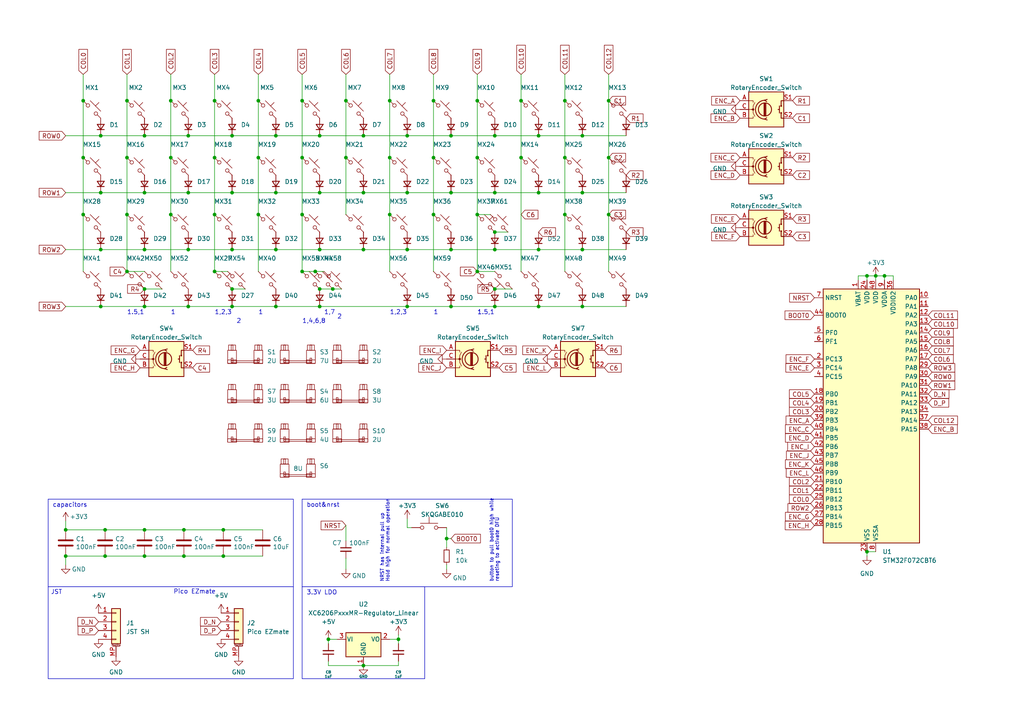
<source format=kicad_sch>
(kicad_sch (version 20230121) (generator eeschema)
  (paper "A4")
  (junction (at 54.61 55.88))
  (junction (at 105.41 39.37))
  (junction (at 130.81 72.39))
  (junction (at 24.13 29.21))
  (junction (at 74.93 29.21))
  (junction (at 100.33 45.72))
  (junction (at 67.31 83.82))
  (junction (at 176.53 62.23))
  (junction (at 36.83 62.23))
  (junction (at 41.91 161.29))
  (junction (at 67.31 88.9))
  (junction (at 91.44 78.74))
  (junction (at 105.41 55.88))
  (junction (at 80.01 55.88))
  (junction (at 143.51 83.82))
  (junction (at 143.51 88.9))
  (junction (at 113.03 62.23))
  (junction (at 143.51 55.88))
  (junction (at 36.83 45.72))
  (junction (at 62.23 62.23))
  (junction (at 143.51 72.39))
  (junction (at 151.13 45.72))
  (junction (at 138.43 45.72))
  (junction (at 41.91 72.39))
  (junction (at 138.43 29.21))
  (junction (at 54.61 72.39))
  (junction (at 80.01 88.9))
  (junction (at 151.13 29.21))
  (junction (at 118.11 72.39))
  (junction (at 256.54 80.01))
  (junction (at 118.11 39.37))
  (junction (at 30.48 161.29))
  (junction (at 92.71 55.88))
  (junction (at 251.46 160.02))
  (junction (at 105.41 72.39))
  (junction (at 67.31 39.37))
  (junction (at 129.54 156.21))
  (junction (at 143.51 39.37))
  (junction (at 156.21 88.9))
  (junction (at 176.53 45.72))
  (junction (at 41.91 83.82))
  (junction (at 138.43 78.74))
  (junction (at 156.21 39.37))
  (junction (at 251.46 80.01))
  (junction (at 163.83 62.23))
  (junction (at 62.23 29.21))
  (junction (at 118.11 88.9))
  (junction (at 54.61 88.9))
  (junction (at 156.21 55.88))
  (junction (at 105.41 193.04) (diameter 0.9144))
  (junction (at 125.73 45.72))
  (junction (at 254 80.01))
  (junction (at 29.21 72.39))
  (junction (at 36.83 78.74))
  (junction (at 41.91 153.67))
  (junction (at 92.71 88.9))
  (junction (at 113.03 45.72))
  (junction (at 53.34 153.67))
  (junction (at 41.91 55.88))
  (junction (at 92.71 72.39))
  (junction (at 67.31 55.88))
  (junction (at 168.91 39.37))
  (junction (at 92.71 83.82))
  (junction (at 64.77 153.67))
  (junction (at 87.63 78.74))
  (junction (at 41.91 39.37))
  (junction (at 80.01 72.39))
  (junction (at 49.53 29.21))
  (junction (at 87.63 45.72))
  (junction (at 74.93 62.23))
  (junction (at 168.91 55.88))
  (junction (at 62.23 78.74))
  (junction (at 115.57 185.42))
  (junction (at 87.63 29.21))
  (junction (at 49.53 62.23))
  (junction (at 156.21 72.39))
  (junction (at 62.23 45.72))
  (junction (at 24.13 45.72))
  (junction (at 168.91 72.39))
  (junction (at 54.61 39.37))
  (junction (at 95.25 185.42))
  (junction (at 168.91 88.9))
  (junction (at 24.13 62.23))
  (junction (at 19.05 161.29))
  (junction (at 19.05 153.67))
  (junction (at 113.03 29.21))
  (junction (at 100.33 29.21))
  (junction (at 118.11 55.88))
  (junction (at 96.52 83.82))
  (junction (at 130.81 55.88))
  (junction (at 125.73 29.21))
  (junction (at 138.43 62.23))
  (junction (at 87.63 62.23))
  (junction (at 29.21 88.9))
  (junction (at 163.83 29.21))
  (junction (at 176.53 29.21))
  (junction (at 29.21 55.88))
  (junction (at 74.93 45.72))
  (junction (at 163.83 45.72))
  (junction (at 30.48 153.67))
  (junction (at 64.77 161.29))
  (junction (at 130.81 88.9))
  (junction (at 130.81 39.37))
  (junction (at 80.01 39.37))
  (junction (at 49.53 45.72))
  (junction (at 67.31 72.39))
  (junction (at 92.71 39.37))
  (junction (at 125.73 62.23))
  (junction (at 53.34 161.29))
  (junction (at 143.51 67.31))
  (junction (at 41.91 88.9))
  (junction (at 36.83 29.21))
  (junction (at 29.21 39.37))
  (wire (pts (xy 41.91 72.39) (xy 54.61 72.39)))
  (wire (pts (xy 248.92 80.01) (xy 251.46 80.01)))
  (wire (pts (xy 251.46 161.29) (xy 251.46 160.02)))
  (wire (pts (xy 256.54 80.01) (xy 256.54 81.28)))
  (wire (pts (xy 74.93 62.23) (xy 74.93 78.74)))
  (wire (pts (xy 92.71 39.37) (xy 105.41 39.37)))
  (wire (pts (xy 92.71 55.88) (xy 105.41 55.88)))
  (wire (pts (xy 36.83 45.72) (xy 36.83 62.23)))
  (wire (pts (xy 143.51 39.37) (xy 156.21 39.37)))
  (wire (pts (xy 259.08 80.01) (xy 259.08 81.28)))
  (wire (pts (xy 118.11 153.035) (xy 118.11 150.495)))
  (wire (pts (xy 143.51 55.88) (xy 156.21 55.88)))
  (wire (pts (xy 143.51 83.82) (xy 148.59 83.82)))
  (wire (pts (xy 251.46 80.01) (xy 251.46 81.28)))
  (wire (pts (xy 96.52 83.82) (xy 99.06 83.82)))
  (wire (pts (xy 19.05 88.9) (xy 29.21 88.9)))
  (wire (pts (xy 105.41 193.04) (xy 115.57 193.04)))
  (wire (pts (xy 29.21 72.39) (xy 41.91 72.39)))
  (wire (pts (xy 24.13 62.23) (xy 24.13 78.74)))
  (wire (pts (xy 105.41 72.39) (xy 118.11 72.39)))
  (wire (pts (xy 67.31 72.39) (xy 80.01 72.39)))
  (wire (pts (xy 256.54 80.01) (xy 254 80.01)))
  (wire (pts (xy 168.91 88.9) (xy 181.61 88.9)))
  (wire (pts (xy 105.41 39.37) (xy 118.11 39.37)))
  (wire (pts (xy 87.63 45.72) (xy 87.63 62.23)))
  (wire (pts (xy 53.34 153.67) (xy 64.77 153.67)))
  (wire (pts (xy 87.63 78.74) (xy 91.44 78.74)))
  (wire (pts (xy 129.54 156.21) (xy 130.81 156.21)))
  (wire (pts (xy 67.31 88.9) (xy 80.01 88.9)))
  (wire (pts (xy 125.73 45.72) (xy 125.73 62.23)))
  (wire (pts (xy 113.03 185.42) (xy 115.57 185.42)))
  (wire (pts (xy 100.33 21.59) (xy 100.33 29.21)))
  (wire (pts (xy 251.46 160.02) (xy 254 160.02)))
  (wire (pts (xy 67.31 39.37) (xy 80.01 39.37)))
  (wire (pts (xy 49.53 62.23) (xy 49.53 78.74)))
  (wire (pts (xy 49.53 45.72) (xy 49.53 62.23)))
  (wire (pts (xy 138.43 21.59) (xy 138.43 29.21)))
  (wire (pts (xy 54.61 55.88) (xy 67.31 55.88)))
  (wire (pts (xy 100.33 45.72) (xy 100.33 62.23)))
  (wire (pts (xy 41.91 39.37) (xy 54.61 39.37)))
  (wire (pts (xy 168.91 55.88) (xy 181.61 55.88)))
  (wire (pts (xy 125.73 21.59) (xy 125.73 29.21)))
  (wire (pts (xy 176.53 62.23) (xy 176.53 78.74)))
  (wire (pts (xy 248.92 80.01) (xy 248.92 81.28)))
  (wire (pts (xy 168.91 72.39) (xy 181.61 72.39)))
  (wire (pts (xy 129.54 153.035) (xy 129.54 156.21)))
  (wire (pts (xy 24.13 29.21) (xy 24.13 45.72)))
  (wire (pts (xy 163.83 29.21) (xy 163.83 45.72)))
  (wire (pts (xy 29.21 88.9) (xy 41.91 88.9)))
  (wire (pts (xy 80.01 39.37) (xy 92.71 39.37)))
  (wire (pts (xy 87.63 29.21) (xy 87.63 45.72)))
  (wire (pts (xy 19.05 39.37) (xy 29.21 39.37)))
  (wire (pts (xy 19.05 72.39) (xy 29.21 72.39)))
  (wire (pts (xy 53.34 161.29) (xy 64.77 161.29)))
  (wire (pts (xy 100.33 165.1) (xy 100.33 161.925)))
  (wire (pts (xy 62.23 21.59) (xy 62.23 29.21)))
  (wire (pts (xy 41.91 88.9) (xy 54.61 88.9)))
  (wire (pts (xy 151.13 21.59) (xy 151.13 29.21)))
  (wire (pts (xy 95.25 185.42) (xy 97.79 185.42)))
  (wire (pts (xy 156.21 72.39) (xy 168.91 72.39)))
  (wire (pts (xy 80.01 55.88) (xy 92.71 55.88)))
  (wire (pts (xy 87.63 21.59) (xy 87.63 29.21)))
  (wire (pts (xy 119.38 153.035) (xy 118.11 153.035)))
  (wire (pts (xy 24.13 21.59) (xy 24.13 29.21)))
  (wire (pts (xy 130.81 72.39) (xy 143.51 72.39)))
  (wire (pts (xy 19.05 151.13) (xy 19.05 153.67)))
  (wire (pts (xy 41.91 161.29) (xy 53.34 161.29)))
  (wire (pts (xy 138.43 62.23) (xy 142.24 62.23)))
  (wire (pts (xy 92.71 88.9) (xy 118.11 88.9)))
  (wire (pts (xy 62.23 45.72) (xy 62.23 62.23)))
  (wire (pts (xy 254 80.01) (xy 254 81.28)))
  (wire (pts (xy 130.81 39.37) (xy 143.51 39.37)))
  (wire (pts (xy 129.54 156.21) (xy 129.54 158.75)))
  (wire (pts (xy 105.41 55.88) (xy 118.11 55.88)))
  (wire (pts (xy 168.91 39.37) (xy 181.61 39.37)))
  (wire (pts (xy 129.54 163.83) (xy 129.54 165.1)))
  (wire (pts (xy 54.61 88.9) (xy 67.31 88.9)))
  (wire (pts (xy 54.61 72.39) (xy 67.31 72.39)))
  (wire (pts (xy 256.54 80.01) (xy 259.08 80.01)))
  (wire (pts (xy 62.23 29.21) (xy 62.23 45.72)))
  (wire (pts (xy 92.71 83.82) (xy 96.52 83.82)))
  (wire (pts (xy 95.25 191.77) (xy 95.25 193.04)))
  (wire (pts (xy 125.73 62.23) (xy 125.73 78.74)))
  (wire (pts (xy 138.43 45.72) (xy 138.43 62.23)))
  (wire (pts (xy 176.53 45.72) (xy 176.53 62.23)))
  (wire (pts (xy 19.05 163.83) (xy 19.05 161.29)))
  (wire (pts (xy 143.51 72.39) (xy 156.21 72.39)))
  (wire (pts (xy 87.63 62.23) (xy 87.63 78.74)))
  (wire (pts (xy 41.91 83.82) (xy 46.99 83.82)))
  (wire (pts (xy 100.33 152.4) (xy 100.33 156.845)))
  (wire (pts (xy 36.83 78.74) (xy 41.91 78.74)))
  (wire (pts (xy 80.01 72.39) (xy 92.71 72.39)))
  (wire (pts (xy 118.11 39.37) (xy 130.81 39.37)))
  (wire (pts (xy 138.43 29.21) (xy 138.43 45.72)))
  (wire (pts (xy 163.83 45.72) (xy 163.83 62.23)))
  (wire (pts (xy 49.53 21.59) (xy 49.53 29.21)))
  (wire (pts (xy 113.03 21.59) (xy 113.03 29.21)))
  (wire (pts (xy 54.61 39.37) (xy 67.31 39.37)))
  (wire (pts (xy 80.01 88.9) (xy 92.71 88.9)))
  (wire (pts (xy 125.73 29.21) (xy 125.73 45.72)))
  (wire (pts (xy 176.53 21.59) (xy 176.53 29.21)))
  (wire (pts (xy 143.51 67.31) (xy 147.32 67.31)))
  (wire (pts (xy 36.83 21.59) (xy 36.83 29.21)))
  (wire (pts (xy 36.83 29.21) (xy 36.83 45.72)))
  (wire (pts (xy 64.77 161.29) (xy 76.2 161.29)))
  (wire (pts (xy 30.48 161.29) (xy 41.91 161.29)))
  (wire (pts (xy 138.43 62.23) (xy 138.43 78.74)))
  (wire (pts (xy 30.48 153.67) (xy 41.91 153.67)))
  (wire (pts (xy 100.33 29.21) (xy 100.33 45.72)))
  (wire (pts (xy 143.51 88.9) (xy 156.21 88.9)))
  (wire (pts (xy 251.46 80.01) (xy 254 80.01)))
  (wire (pts (xy 95.25 185.42) (xy 95.25 186.69)))
  (wire (pts (xy 151.13 45.72) (xy 151.13 78.74)))
  (wire (pts (xy 118.11 72.39) (xy 130.81 72.39)))
  (wire (pts (xy 19.05 55.88) (xy 29.21 55.88)))
  (wire (pts (xy 29.21 39.37) (xy 41.91 39.37)))
  (wire (pts (xy 30.48 161.29) (xy 19.05 161.29)))
  (wire (pts (xy 138.43 78.74) (xy 143.51 78.74)))
  (wire (pts (xy 92.71 72.39) (xy 105.41 72.39)))
  (wire (pts (xy 36.83 62.23) (xy 36.83 78.74)))
  (wire (pts (xy 74.93 45.72) (xy 74.93 62.23)))
  (wire (pts (xy 62.23 78.74) (xy 66.04 78.74)))
  (wire (pts (xy 91.44 78.74) (xy 93.98 78.74)))
  (wire (pts (xy 113.03 62.23) (xy 113.03 78.74)))
  (wire (pts (xy 163.83 62.23) (xy 163.83 78.74)))
  (wire (pts (xy 105.41 193.04) (xy 95.25 193.04)))
  (wire (pts (xy 113.03 45.72) (xy 113.03 62.23)))
  (wire (pts (xy 64.77 153.67) (xy 76.2 153.67)))
  (wire (pts (xy 30.48 153.67) (xy 19.05 153.67)))
  (wire (pts (xy 176.53 29.21) (xy 176.53 45.72)))
  (wire (pts (xy 118.11 55.88) (xy 130.81 55.88)))
  (wire (pts (xy 74.93 21.59) (xy 74.93 29.21)))
  (wire (pts (xy 156.21 55.88) (xy 168.91 55.88)))
  (wire (pts (xy 151.13 29.21) (xy 151.13 45.72)))
  (wire (pts (xy 115.57 184.15) (xy 115.57 185.42)))
  (wire (pts (xy 24.13 45.72) (xy 24.13 62.23)))
  (wire (pts (xy 74.93 29.21) (xy 74.93 45.72)))
  (wire (pts (xy 115.57 185.42) (xy 115.57 186.69)))
  (wire (pts (xy 49.53 29.21) (xy 49.53 45.72)))
  (wire (pts (xy 29.21 55.88) (xy 41.91 55.88)))
  (wire (pts (xy 130.81 55.88) (xy 143.51 55.88)))
  (wire (pts (xy 113.03 29.21) (xy 113.03 45.72)))
  (wire (pts (xy 130.81 88.9) (xy 143.51 88.9)))
  (wire (pts (xy 41.91 55.88) (xy 54.61 55.88)))
  (wire (pts (xy 67.31 83.82) (xy 71.12 83.82)))
  (wire (pts (xy 62.23 62.23) (xy 62.23 78.74)))
  (wire (pts (xy 67.31 55.88) (xy 80.01 55.88)))
  (wire (pts (xy 41.91 153.67) (xy 53.34 153.67)))
  (wire (pts (xy 163.83 21.59) (xy 163.83 29.21)))
  (wire (pts (xy 156.21 39.37) (xy 168.91 39.37)))
  (wire (pts (xy 156.21 88.9) (xy 168.91 88.9)))
  (wire (pts (xy 118.11 88.9) (xy 130.81 88.9)))
  (wire (pts (xy 115.57 191.77) (xy 115.57 193.04)))
  (rectangle (start 87.63 144.78) (end 148.59 170.18))
  (rectangle (start 13.97 144.78) (end 85.09 170.18))
  (rectangle (start 87.63 170.18) (end 123.19 196.85))
  (rectangle (start 13.97 170.18) (end 85.09 196.85))
  (text "JST" (at 14.732 172.593 0) (effects (font (size 1.27 1.27)) (justify left bottom)))
  (text "2" (at 97.79 92.71 0) (effects (font (size 1.27 1.27)) (justify left bottom)))
  (text "Pico EZmate" (at 50.292 172.466 0) (effects (font (size 1.27 1.27)) (justify left bottom)))
  (text "1.5,1" (at 138.43 91.44 0) (effects (font (size 1.27 1.27)) (justify left bottom)))
  (text "NRST has internal pull up\nHold high for normal operation" (at 113.03 168.91 90) (effects (font (size 1 1)) (justify left bottom)))
  (text "1,2,3" (at 62.23 91.44 0) (effects (font (size 1.27 1.27)) (justify left bottom)))
  (text "1" (at 49.53 91.44 0) (effects (font (size 1.27 1.27)) (justify left bottom)))
  (text "1" (at 74.93 91.44 0) (effects (font (size 1.27 1.27)) (justify left bottom)))
  (text "1.5,1" (at 36.83 91.44 0) (effects (font (size 1.27 1.27)) (justify left bottom)))
  (text "2" (at 68.58 93.98 0) (effects (font (size 1.27 1.27)) (justify left bottom)))
  (text "3.3V LDO" (at 88.9 172.72 0) (effects (font (size 1.27 1.27)) (justify left bottom)))
  (text "1" (at 125.73 91.44 0) (effects (font (size 1.27 1.27)) (justify left bottom)))
  (text "capacitors" (at 15.24 147.32 0) (effects (font (size 1.27 1.27)) (justify left bottom)))
  (text "1,7" (at 93.98 91.44 0) (effects (font (size 1.27 1.27)) (justify left bottom)))
  (text "1,4,6,8" (at 87.63 93.98 0) (effects (font (size 1.27 1.27)) (justify left bottom)))
  (text "1" (at 138.43 91.44 0) (effects (font (size 1.27 1.27)) (justify left bottom)))
  (text "button to pull boot0 high while \nreseting to activate DFU" (at 144.78 168.91 90) (effects (font (size 1 1)) (justify left bottom)))
  (text "boot&nrst" (at 88.9 147.32 0) (effects (font (size 1.27 1.27)) (justify left bottom)))
  (text "1,2,3" (at 113.03 91.44 0) (effects (font (size 1.27 1.27)) (justify left bottom)))
  (global_label "C6" (shape input) (at 175.26 106.68 0) (property "Intersheetrefs" "${INTERSHEET_REFS}" (effects hide)))
  (global_label "BOOT0" (shape input) (at 130.81 156.21 0) (property "Intersheetrefs" "${INTERSHEET_REFS}" (effects hide)))
  (global_label "ENC_A" (shape input) (at 236.22 121.92 180) (property "Intersheetrefs" "${INTERSHEET_REFS}" (effects hide)))
  (global_label "ENC_G" (shape input) (at 40.64 101.6 180) (property "Intersheetrefs" "${INTERSHEET_REFS}" (effects hide)))
  (global_label "ENC_F" (shape input) (at 214.63 68.58 180) (property "Intersheetrefs" "${INTERSHEET_REFS}" (effects hide)))
  (global_label "ENC_B" (shape input) (at 214.63 34.29 180) (property "Intersheetrefs" "${INTERSHEET_REFS}" (effects hide)))
  (global_label "C5" (shape input) (at 144.78 106.68 0) (property "Intersheetrefs" "${INTERSHEET_REFS}" (effects hide)))
  (global_label "ENC_F" (shape input) (at 236.22 104.14 180) (property "Intersheetrefs" "${INTERSHEET_REFS}" (effects hide)))
  (global_label "C2" (shape input) (at 176.53 45.72 0) (property "Intersheetrefs" "${INTERSHEET_REFS}" (effects hide)))
  (global_label "COL8" (shape input) (at 269.24 99.06 0) (property "Intersheetrefs" "${INTERSHEET_REFS}" (effects hide)))
  (global_label "ENC_G" (shape input) (at 236.22 149.86 180) (property "Intersheetrefs" "${INTERSHEET_REFS}" (effects hide)))
  (global_label "C5" (shape input) (at 138.43 78.74 180) (property "Intersheetrefs" "${INTERSHEET_REFS}" (effects hide)))
  (global_label "ENC_L" (shape input) (at 160.02 106.68 180) (property "Intersheetrefs" "${INTERSHEET_REFS}" (effects hide)))
  (global_label "R1" (shape input) (at 181.61 34.29 0) (property "Intersheetrefs" "${INTERSHEET_REFS}" (effects hide)))
  (global_label "COL1" (shape input) (at 36.83 21.59 90) (property "Intersheetrefs" "${INTERSHEET_REFS}" (effects hide)))
  (global_label "ENC_I" (shape input) (at 129.54 101.6 180) (property "Intersheetrefs" "${INTERSHEET_REFS}" (effects hide)))
  (global_label "COL6" (shape input) (at 269.24 104.14 0) (property "Intersheetrefs" "${INTERSHEET_REFS}" (effects hide)))
  (global_label "ENC_C" (shape input) (at 214.63 45.72 180) (property "Intersheetrefs" "${INTERSHEET_REFS}" (effects hide)))
  (global_label "ENC_D" (shape input) (at 214.63 50.8 180) (property "Intersheetrefs" "${INTERSHEET_REFS}" (effects hide)))
  (global_label "COL9" (shape input) (at 269.24 96.52 0) (property "Intersheetrefs" "${INTERSHEET_REFS}" (effects hide)))
  (global_label "COL5" (shape input) (at 236.22 114.3 180) (property "Intersheetrefs" "${INTERSHEET_REFS}" (effects hide)))
  (global_label "ENC_D" (shape input) (at 236.22 127 180) (property "Intersheetrefs" "${INTERSHEET_REFS}" (effects hide)))
  (global_label "ENC_K" (shape input) (at 160.02 101.6 180) (property "Intersheetrefs" "${INTERSHEET_REFS}" (effects hide)))
  (global_label "D_P" (shape input) (at 64.135 182.88 180) (property "Intersheetrefs" "${INTERSHEET_REFS}" (effects hide)))
  (global_label "COL7" (shape input) (at 113.03 21.59 90) (property "Intersheetrefs" "${INTERSHEET_REFS}" (effects hide)))
  (global_label "NRST" (shape input) (at 100.33 152.4 180) (property "Intersheetrefs" "${INTERSHEET_REFS}" (effects hide)))
  (global_label "COL2" (shape input) (at 49.53 21.59 90) (property "Intersheetrefs" "${INTERSHEET_REFS}" (effects hide)))
  (global_label "R5" (shape input) (at 143.51 83.82 180) (property "Intersheetrefs" "${INTERSHEET_REFS}" (effects hide)))
  (global_label "C3" (shape input) (at 229.87 68.58 0) (property "Intersheetrefs" "${INTERSHEET_REFS}" (effects hide)))
  (global_label "ENC_C" (shape input) (at 236.22 124.46 180) (property "Intersheetrefs" "${INTERSHEET_REFS}" (effects hide)))
  (global_label "COL0" (shape input) (at 24.13 21.59 90) (property "Intersheetrefs" "${INTERSHEET_REFS}" (effects hide)))
  (global_label "R5" (shape input) (at 144.78 101.6 0) (property "Intersheetrefs" "${INTERSHEET_REFS}" (effects hide)))
  (global_label "ENC_H" (shape input) (at 236.22 152.4 180) (property "Intersheetrefs" "${INTERSHEET_REFS}" (effects hide)))
  (global_label "ROW3" (shape input) (at 269.24 106.68 0) (property "Intersheetrefs" "${INTERSHEET_REFS}" (effects hide)))
  (global_label "ROW1" (shape input) (at 19.05 55.88 180) (property "Intersheetrefs" "${INTERSHEET_REFS}" (effects hide)))
  (global_label "COL8" (shape input) (at 125.73 21.59 90) (property "Intersheetrefs" "${INTERSHEET_REFS}" (effects hide)))
  (global_label "COL9" (shape input) (at 138.43 21.59 90) (property "Intersheetrefs" "${INTERSHEET_REFS}" (effects hide)))
  (global_label "ROW0" (shape input) (at 19.05 39.37 180) (property "Intersheetrefs" "${INTERSHEET_REFS}" (effects hide)))
  (global_label "R6" (shape input) (at 175.26 101.6 0) (property "Intersheetrefs" "${INTERSHEET_REFS}" (effects hide)))
  (global_label "COL11" (shape input) (at 269.24 91.44 0) (property "Intersheetrefs" "${INTERSHEET_REFS}" (effects hide)))
  (global_label "COL4" (shape input) (at 236.22 116.84 180) (property "Intersheetrefs" "${INTERSHEET_REFS}" (effects hide)))
  (global_label "C1" (shape input) (at 176.53 29.21 0) (property "Intersheetrefs" "${INTERSHEET_REFS}" (effects hide)))
  (global_label "COL0" (shape input) (at 236.22 144.78 180) (property "Intersheetrefs" "${INTERSHEET_REFS}" (effects hide)))
  (global_label "C6" (shape input) (at 151.13 62.23 0) (property "Intersheetrefs" "${INTERSHEET_REFS}" (effects hide)))
  (global_label "C3" (shape input) (at 176.53 62.23 0) (property "Intersheetrefs" "${INTERSHEET_REFS}" (effects hide)))
  (global_label "COL3" (shape input) (at 62.23 21.59 90) (property "Intersheetrefs" "${INTERSHEET_REFS}" (effects hide)))
  (global_label "ROW3" (shape input) (at 19.05 88.9 180) (property "Intersheetrefs" "${INTERSHEET_REFS}" (effects hide)))
  (global_label "C4" (shape input) (at 36.83 78.74 180) (property "Intersheetrefs" "${INTERSHEET_REFS}" (effects hide)))
  (global_label "ROW0" (shape input) (at 269.24 109.22 0) (property "Intersheetrefs" "${INTERSHEET_REFS}" (effects hide)))
  (global_label "C4" (shape input) (at 55.88 106.68 0) (property "Intersheetrefs" "${INTERSHEET_REFS}" (effects hide)))
  (global_label "R6" (shape input) (at 156.21 67.31 0) (property "Intersheetrefs" "${INTERSHEET_REFS}" (effects hide)))
  (global_label "ENC_L" (shape input) (at 236.22 137.16 180) (property "Intersheetrefs" "${INTERSHEET_REFS}" (effects hide)))
  (global_label "COL3" (shape input) (at 236.22 119.38 180) (property "Intersheetrefs" "${INTERSHEET_REFS}" (effects hide)))
  (global_label "COL7" (shape input) (at 269.24 101.6 0) (property "Intersheetrefs" "${INTERSHEET_REFS}" (effects hide)))
  (global_label "COL2" (shape input) (at 236.22 139.7 180) (property "Intersheetrefs" "${INTERSHEET_REFS}" (effects hide)))
  (global_label "ENC_E" (shape input) (at 214.63 63.5 180) (property "Intersheetrefs" "${INTERSHEET_REFS}" (effects hide)))
  (global_label "COL10" (shape input) (at 151.13 21.59 90) (property "Intersheetrefs" "${INTERSHEET_REFS}" (effects hide)))
  (global_label "ENC_I" (shape input) (at 236.22 129.54 180) (property "Intersheetrefs" "${INTERSHEET_REFS}" (effects hide)))
  (global_label "C1" (shape input) (at 229.87 34.29 0) (property "Intersheetrefs" "${INTERSHEET_REFS}" (effects hide)))
  (global_label "COL12" (shape input) (at 176.53 21.59 90) (property "Intersheetrefs" "${INTERSHEET_REFS}" (effects hide)))
  (global_label "ENC_K" (shape input) (at 236.22 134.62 180) (property "Intersheetrefs" "${INTERSHEET_REFS}" (effects hide)))
  (global_label "R4" (shape input) (at 41.91 83.82 180) (property "Intersheetrefs" "${INTERSHEET_REFS}" (effects hide)))
  (global_label "COL10" (shape input) (at 269.24 93.98 0) (property "Intersheetrefs" "${INTERSHEET_REFS}" (effects hide)))
  (global_label "ROW2" (shape input) (at 236.22 147.32 180) (property "Intersheetrefs" "${INTERSHEET_REFS}" (effects hide)))
  (global_label "ROW1" (shape input) (at 269.24 111.76 0) (property "Intersheetrefs" "${INTERSHEET_REFS}" (effects hide)))
  (global_label "ENC_A" (shape input) (at 214.63 29.21 180) (property "Intersheetrefs" "${INTERSHEET_REFS}" (effects hide)))
  (global_label "D_N" (shape input) (at 64.135 180.34 180) (property "Intersheetrefs" "${INTERSHEET_REFS}" (effects hide)))
  (global_label "NRST" (shape input) (at 236.22 86.36 180) (property "Intersheetrefs" "${INTERSHEET_REFS}" (effects hide)))
  (global_label "R4" (shape input) (at 55.88 101.6 0) (property "Intersheetrefs" "${INTERSHEET_REFS}" (effects hide)))
  (global_label "COL11" (shape input) (at 163.83 21.59 90) (property "Intersheetrefs" "${INTERSHEET_REFS}" (effects hide)))
  (global_label "R2" (shape input) (at 229.87 45.72 0) (property "Intersheetrefs" "${INTERSHEET_REFS}" (effects hide)))
  (global_label "COL4" (shape input) (at 74.93 21.59 90) (property "Intersheetrefs" "${INTERSHEET_REFS}" (effects hide)))
  (global_label "ENC_H" (shape input) (at 40.64 106.68 180) (property "Intersheetrefs" "${INTERSHEET_REFS}" (effects hide)))
  (global_label "COL5" (shape input) (at 87.63 21.59 90) (property "Intersheetrefs" "${INTERSHEET_REFS}" (effects hide)))
  (global_label "ENC_E" (shape input) (at 236.22 106.68 180) (property "Intersheetrefs" "${INTERSHEET_REFS}" (effects hide)))
  (global_label "C2" (shape input) (at 229.87 50.8 0) (property "Intersheetrefs" "${INTERSHEET_REFS}" (effects hide)))
  (global_label "R3" (shape input) (at 229.87 63.5 0) (property "Intersheetrefs" "${INTERSHEET_REFS}" (effects hide)))
  (global_label "COL6" (shape input) (at 100.33 21.59 90) (property "Intersheetrefs" "${INTERSHEET_REFS}" (effects hide)))
  (global_label "ENC_J" (shape input) (at 129.54 106.68 180) (property "Intersheetrefs" "${INTERSHEET_REFS}" (effects hide)))
  (global_label "R3" (shape input) (at 181.61 67.31 0) (property "Intersheetrefs" "${INTERSHEET_REFS}" (effects hide)))
  (global_label "D_P" (shape input) (at 269.24 116.84 0) (property "Intersheetrefs" "${INTERSHEET_REFS}" (effects hide)))
  (global_label "COL1" (shape input) (at 236.22 142.24 180) (property "Intersheetrefs" "${INTERSHEET_REFS}" (effects hide)))
  (global_label "R2" (shape input) (at 181.61 50.8 0) (property "Intersheetrefs" "${INTERSHEET_REFS}" (effects hide)))
  (global_label "BOOT0" (shape input) (at 236.22 91.44 180) (property "Intersheetrefs" "${INTERSHEET_REFS}" (effects hide)))
  (global_label "COL12" (shape input) (at 269.24 121.92 0) (property "Intersheetrefs" "${INTERSHEET_REFS}" (effects hide)))
  (global_label "ENC_B" (shape input) (at 269.24 124.46 0) (property "Intersheetrefs" "${INTERSHEET_REFS}" (effects hide)))
  (global_label "R1" (shape input) (at 229.87 29.21 0) (property "Intersheetrefs" "${INTERSHEET_REFS}" (effects hide)))
  (global_label "ROW2" (shape input) (at 19.05 72.39 180) (property "Intersheetrefs" "${INTERSHEET_REFS}" (effects hide)))
  (global_label "D_N" (shape input) (at 269.24 114.3 0) (property "Intersheetrefs" "${INTERSHEET_REFS}" (effects hide)))
  (global_label "D_N" (shape input) (at 28.575 180.34 180) (property "Intersheetrefs" "${INTERSHEET_REFS}" (effects hide)))
  (global_label "ENC_J" (shape input) (at 236.22 132.08 180) (property "Intersheetrefs" "${INTERSHEET_REFS}" (effects hide)))
  (global_label "D_P" (shape input) (at 28.575 182.88 180) (property "Intersheetrefs" "${INTERSHEET_REFS}" (effects hide)))
  (symbol (lib_id "Device:D_Small") (at 181.61 36.83 90) (unit 1)
    (property "Reference" "D13" (at 184.15 36.195 90) (effects (justify right)))
    (property "Value" "D_Small" (effects hide))
    (property "Footprint" "Diode_SMD:D_SOD-123F" (effects hide))
    (property "Sim.Device" "D" (effects hide))
    (property "Sim.Pins" "1=K 2=A" (effects hide))
  )
  (symbol (lib_id "PCM_marbastlib-mx:MX_SW_solder") (at 115.57 31.75 0) (unit 1)
    (property "Reference" "MX8" (at 115.57 25.4 0))
    (property "Value" "MX_SW_solder" (effects hide))
    (property "Footprint" "PCM_marbastlib-mx:SW_MX_1u" (effects hide))
  )
  (symbol (lib_id "PCM_marbastlib-mx:MX_SW_solder") (at 90.17 31.75 0) (unit 1)
    (property "Reference" "MX6" (at 90.17 25.4 0))
    (property "Value" "MX_SW_solder" (effects hide))
    (property "Footprint" "PCM_marbastlib-mx:SW_MX_1u" (effects hide))
  )
  (symbol (lib_id "PCM_marbastlib-mx:MX_SW_solder") (at 90.17 48.26 0) (unit 1)
    (property "Reference" "MX20" (at 90.17 41.91 0))
    (property "Value" "MX_SW_solder" (effects hide))
    (property "Footprint" "PCM_marbastlib-mx:SW_MX_1u" (effects hide))
  )
  (symbol (lib_id "power:+5V") (at 64.135 177.8 0) (unit 1)
    (property "Reference" "#PWR017" (effects hide))
    (property "Value" "+5V" (at 64.135 172.72 0))
  )
  (symbol (lib_id "Device:D_Small") (at 143.51 86.36 90) (unit 1)
    (property "Reference" "D46" (at 146.05 85.725 90) (effects (justify right)))
    (property "Value" "D_Small" (effects hide))
    (property "Footprint" "Diode_SMD:D_SOD-123F" (effects hide))
    (property "Sim.Device" "D" (effects hide))
    (property "Sim.Pins" "1=K 2=A" (effects hide))
  )
  (symbol (lib_id "PCM_marbastlib-mx:MX_SW_solder") (at 90.17 81.28 0) (unit 1)
    (property "Reference" "MX55" (at 90.17 74.93 0))
    (property "Value" "MX_SW_solder" (effects hide))
    (property "Footprint" "PCM_marbastlib-mx:SW_MX_1u" (effects hide))
  )
  (symbol (lib_id "PCM_marbastlib-mx:MX_SW_solder") (at 77.47 48.26 0) (unit 1)
    (property "Reference" "MX19" (at 77.47 41.91 0))
    (property "Value" "MX_SW_solder" (effects hide))
    (property "Footprint" "PCM_marbastlib-mx:SW_MX_1u" (effects hide))
  )
  (symbol (lib_id "PCM_marbastlib-mx:MX_SW_solder") (at 153.67 31.75 0) (unit 1)
    (property "Reference" "MX11" (at 153.67 25.4 0))
    (property "Value" "MX_SW_solder" (effects hide))
    (property "Footprint" "PCM_marbastlib-mx:SW_MX_1u" (effects hide))
  )
  (symbol (lib_id "power:+5V") (at 95.25 185.42 0) (unit 1)
    (property "Reference" "#PWR014" (effects hide))
    (property "Value" "+5V" (at 95.25 180.34 0))
  )
  (symbol (lib_id "power:GND") (at 214.63 48.26 270) (unit 1)
    (property "Reference" "#PWR02" (effects hide))
    (property "Value" "GND" (at 210.82 48.895 90) (effects (justify right)))
  )
  (symbol (lib_id "PCM_marbastlib-mx:MX_stab") (at 71.12 114.3 0) (unit 1)
    (property "Reference" "S7" (at 77.47 113.538 0) (effects (justify left)))
    (property "Value" "3U" (at 77.47 116.078 0) (effects (justify left)))
    (property "Footprint" "PCM_marbastlib-mx:STAB_MX_P_3u" (effects hide))
  )
  (symbol (lib_id "Device:RotaryEncoder_Switch") (at 222.25 66.04 0) (unit 1)
    (property "Reference" "SW3" (at 222.25 57.15 0))
    (property "Value" "RotaryEncoder_Switch" (at 222.25 59.69 0))
    (property "Footprint" "PCM_marbastlib-various:ROT_Alps_EC11E-Switch" (effects hide))
  )
  (symbol (lib_id "PCM_marbastlib-mx:MX_stab") (at 101.6 125.73 0) (unit 1)
    (property "Reference" "S10" (at 107.95 124.968 0) (effects (justify left)))
    (property "Value" "2U" (at 107.95 127.508 0) (effects (justify left)))
    (property "Footprint" "PCM_marbastlib-mx:STAB_MX_P_2.25u" (effects hide))
  )
  (symbol (lib_id "PCM_marbastlib-mx:MX_SW_solder") (at 140.97 81.28 180) (unit 1)
    (property "Reference" "MX46" (at 140.97 77.47 0))
    (property "Value" "MX_SW_solder" (effects hide))
    (property "Footprint" "PCM_marbastlib-mx:SW_MX_1.5u" (effects hide))
  )
  (symbol (lib_id "Device:D_Small") (at 41.91 53.34 90) (unit 1)
    (property "Reference" "D16" (at 44.45 52.705 90) (effects (justify right)))
    (property "Value" "D_Small" (effects hide))
    (property "Footprint" "Diode_SMD:D_SOD-123F" (effects hide))
    (property "Sim.Device" "D" (effects hide))
    (property "Sim.Pins" "1=K 2=A" (effects hide))
  )
  (symbol (lib_id "PCM_marbastlib-mx:MX_SW_solder") (at 64.77 81.28 0) (unit 1)
    (property "Reference" "MX27" (at 64.77 74.93 0))
    (property "Value" "MX_SW_solder" (effects hide))
    (property "Footprint" "PCM_marbastlib-mx:SW_MX_1u" (effects hide))
  )
  (symbol (lib_id "Device:C") (at 41.91 157.48 0) (unit 1)
    (property "Reference" "C3" (at 44.831 156.3116 0) (effects (justify left)))
    (property "Value" "100nF" (at 44.831 158.623 0) (effects (justify left)))
    (property "Footprint" "Capacitor_SMD:C_0402_1005Metric" (effects hide))
    (property "LCSC" "C307331" (effects hide))
  )
  (symbol (lib_id "Device:D_Small") (at 181.61 53.34 90) (unit 1)
    (property "Reference" "D26" (at 184.15 52.705 90) (effects (justify right)))
    (property "Value" "D_Small" (effects hide))
    (property "Footprint" "Diode_SMD:D_SOD-123F" (effects hide))
    (property "Sim.Device" "D" (effects hide))
    (property "Sim.Pins" "1=K 2=A" (effects hide))
  )
  (symbol (lib_id "PCM_marbastlib-mx:MX_SW_solder") (at 39.37 64.77 0) (unit 1)
    (property "Reference" "MX29" (at 39.37 58.42 0))
    (property "Value" "MX_SW_solder" (effects hide))
    (property "Footprint" "PCM_marbastlib-mx:SW_MX_1u" (effects hide))
  )
  (symbol (lib_id "Device:D_Small") (at 92.71 69.85 90) (unit 1)
    (property "Reference" "D33" (at 95.25 69.215 90) (effects (justify right)))
    (property "Value" "D_Small" (effects hide))
    (property "Footprint" "Diode_SMD:D_SOD-123F" (effects hide))
    (property "Sim.Device" "D" (effects hide))
    (property "Sim.Pins" "1=K 2=A" (effects hide))
  )
  (symbol (lib_id "power:+3V3") (at 118.11 150.495 0) (mirror y) (unit 1)
    (property "Reference" "#PWR010" (effects hide))
    (property "Value" "+3V3" (at 118.11 146.685 0))
  )
  (symbol (lib_id "PCM_marbastlib-mx:MX_SW_solder") (at 93.98 81.28 0) (unit 1)
    (property "Reference" "MX44" (at 93.98 74.93 0))
    (property "Value" "MX_SW_solder" (effects hide))
    (property "Footprint" "PCM_marbastlib-mx:SW_MX_1u" (effects hide))
  )
  (symbol (lib_id "PCM_marbastlib-mx:MX_SW_solder") (at 166.37 64.77 0) (unit 1)
    (property "Reference" "MX38" (at 166.37 58.42 0))
    (property "Value" "MX_SW_solder" (effects hide))
    (property "Footprint" "PCM_marbastlib-mx:SW_MX_1u" (effects hide))
  )
  (symbol (lib_id "PCM_marbastlib-mx:MX_SW_solder") (at 140.97 48.26 0) (unit 1)
    (property "Reference" "MX24" (at 140.97 41.91 0))
    (property "Value" "MX_SW_solder" (effects hide))
    (property "Footprint" "PCM_marbastlib-mx:SW_MX_1u" (effects hide))
  )
  (symbol (lib_id "PCM_marbastlib-mx:MX_SW_solder") (at 128.27 31.75 0) (unit 1)
    (property "Reference" "MX9" (at 128.27 25.4 0))
    (property "Value" "MX_SW_solder" (effects hide))
    (property "Footprint" "PCM_marbastlib-mx:SW_MX_1u" (effects hide))
  )
  (symbol (lib_id "Device:D_Small") (at 168.91 69.85 90) (unit 1)
    (property "Reference" "D38" (at 171.45 69.215 90) (effects (justify right)))
    (property "Value" "D_Small" (effects hide))
    (property "Footprint" "Diode_SMD:D_SOD-123F" (effects hide))
    (property "Sim.Device" "D" (effects hide))
    (property "Sim.Pins" "1=K 2=A" (effects hide))
  )
  (symbol (lib_id "Switch:SW_Push") (at 124.46 153.035 0) (unit 1)
    (property "Reference" "SW6" (at 128.27 146.685 0))
    (property "Value" "SKQGABE010" (at 128.27 149.225 0))
    (property "Footprint" "PCM_marbastlib-various:SW_SPST_SKQG_WithStem" (effects hide))
    (property "LCSC" "C115351" (effects hide))
  )
  (symbol (lib_id "power:GND") (at 19.05 163.83 0) (unit 1)
    (property "Reference" "#PWR09" (effects hide))
    (property "Value" "GND" (at 22.86 165.1 0))
  )
  (symbol (lib_id "power:+3V3") (at 115.57 184.15 0) (unit 1)
    (property "Reference" "#PWR013" (effects hide))
    (property "Value" "+3V3" (at 115.57 180.34 0))
  )
  (symbol (lib_id "power:GND") (at 129.54 165.1 0) (unit 1)
    (property "Reference" "#PWR011" (effects hide))
    (property "Value" "GND" (at 133.35 167.64 0))
  )
  (symbol (lib_id "PCM_marbastlib-mx:MX_stab") (at 71.12 102.87 0) (unit 1)
    (property "Reference" "S1" (at 77.47 102.108 0) (effects (justify left)))
    (property "Value" "2U" (at 77.47 104.648 0) (effects (justify left)))
    (property "Footprint" "PCM_marbastlib-mx:STAB_MX_P_2u" (effects hide))
  )
  (symbol (lib_id "Device:D_Small") (at 41.91 69.85 90) (unit 1)
    (property "Reference" "D29" (at 44.45 69.215 90) (effects (justify right)))
    (property "Value" "D_Small" (effects hide))
    (property "Footprint" "Diode_SMD:D_SOD-123F" (effects hide))
    (property "Sim.Device" "D" (effects hide))
    (property "Sim.Pins" "1=K 2=A" (effects hide))
  )
  (symbol (lib_id "PCM_marbastlib-mx:MX_SW_solder") (at 68.58 81.28 0) (unit 1)
    (property "Reference" "MX54" (at 68.58 74.93 0))
    (property "Value" "MX_SW_solder" (effects hide))
    (property "Footprint" "PCM_marbastlib-mx:SW_MX_1u" (effects hide))
  )
  (symbol (lib_id "Device:D_Small") (at 118.11 53.34 90) (unit 1)
    (property "Reference" "D22" (at 120.65 52.705 90) (effects (justify right)))
    (property "Value" "D_Small" (effects hide))
    (property "Footprint" "Diode_SMD:D_SOD-123F" (effects hide))
    (property "Sim.Device" "D" (effects hide))
    (property "Sim.Pins" "1=K 2=A" (effects hide))
  )
  (symbol (lib_id "Device:RotaryEncoder_Switch") (at 167.64 104.14 0) (unit 1)
    (property "Reference" "SW7" (at 167.64 95.25 0))
    (property "Value" "RotaryEncoder_Switch" (at 167.64 97.79 0))
    (property "Footprint" "PCM_marbastlib-various:ROT_Alps_EC11E-Switch" (effects hide))
  )
  (symbol (lib_id "PCM_marbastlib-mx:MX_SW_solder") (at 115.57 64.77 0) (unit 1)
    (property "Reference" "MX35" (at 115.57 58.42 0))
    (property "Value" "MX_SW_solder" (effects hide))
    (property "Footprint" "PCM_marbastlib-mx:SW_MX_1u" (effects hide))
  )
  (symbol (lib_id "Connector_Generic_MountingPin:Conn_01x04_MountingPin") (at 33.655 180.34 0) (unit 1)
    (property "Reference" "J1" (at 36.576 180.6955 0) (effects (justify left)))
    (property "Value" "JST SH" (at 36.576 183.2355 0) (effects (justify left)))
    (property "Footprint" "Connector_JST:JST_SH_SM04B-SRSS-TB_1x04-1MP_P1.00mm_Horizontal" (effects hide))
  )
  (symbol (lib_id "Device:D_Small") (at 156.21 36.83 90) (unit 1)
    (property "Reference" "D11" (at 158.75 36.195 90) (effects (justify right)))
    (property "Value" "D_Small" (effects hide))
    (property "Footprint" "Diode_SMD:D_SOD-123F" (effects hide))
    (property "Sim.Device" "D" (effects hide))
    (property "Sim.Pins" "1=K 2=A" (effects hide))
  )
  (symbol (lib_id "Device:D_Small") (at 41.91 86.36 90) (unit 1)
    (property "Reference" "D42" (at 44.45 85.725 90) (effects (justify right)))
    (property "Value" "D_Small" (effects hide))
    (property "Footprint" "Diode_SMD:D_SOD-123F" (effects hide))
    (property "Sim.Device" "D" (effects hide))
    (property "Sim.Pins" "1=K 2=A" (effects hide))
  )
  (symbol (lib_id "Device:D_Small") (at 54.61 36.83 90) (unit 1)
    (property "Reference" "D3" (at 57.15 36.195 90) (effects (justify right)))
    (property "Value" "D_Small" (effects hide))
    (property "Footprint" "Diode_SMD:D_SOD-123F" (effects hide))
    (property "Sim.Device" "D" (effects hide))
    (property "Sim.Pins" "1=K 2=A" (effects hide))
  )
  (symbol (lib_id "PCM_marbastlib-mx:MX_SW_solder") (at 64.77 31.75 0) (unit 1)
    (property "Reference" "MX4" (at 64.77 25.4 0))
    (property "Value" "MX_SW_solder" (effects hide))
    (property "Footprint" "PCM_marbastlib-mx:SW_MX_1u" (effects hide))
  )
  (symbol (lib_id "power:GND") (at 214.63 31.75 270) (unit 1)
    (property "Reference" "#PWR01" (effects hide))
    (property "Value" "GND" (at 210.82 32.385 90) (effects (justify right)))
  )
  (symbol (lib_id "PCM_marbastlib-mx:MX_SW_solder") (at 179.07 48.26 0) (unit 1)
    (property "Reference" "MX26" (at 179.07 41.91 0))
    (property "Value" "MX_SW_solder" (effects hide))
    (property "Footprint" "PCM_marbastlib-mx:SW_MX_1u" (effects hide))
  )
  (symbol (lib_id "PCM_marbastlib-mx:MX_SW_solder") (at 115.57 48.26 0) (unit 1)
    (property "Reference" "MX22" (at 115.57 41.91 0))
    (property "Value" "MX_SW_solder" (effects hide))
    (property "Footprint" "PCM_marbastlib-mx:SW_MX_1u" (effects hide))
  )
  (symbol (lib_id "PCM_marbastlib-mx:MX_stab") (at 71.12 125.73 0) (unit 1)
    (property "Reference" "S9" (at 77.47 124.968 0) (effects (justify left)))
    (property "Value" "2U" (at 77.47 127.508 0) (effects (justify left)))
    (property "Footprint" "PCM_marbastlib-mx:STAB_MX_P_2.75u" (effects hide))
  )
  (symbol (lib_id "Device:D_Small") (at 143.51 69.85 90) (unit 1)
    (property "Reference" "D37" (at 146.05 69.215 90) (effects (justify right)))
    (property "Value" "D_Small" (effects hide))
    (property "Footprint" "Diode_SMD:D_SOD-123F" (effects hide))
    (property "Sim.Device" "D" (effects hide))
    (property "Sim.Pins" "1=K 2=A" (effects hide))
  )
  (symbol (lib_id "PCM_marbastlib-mx:MX_SW_solder") (at 128.27 64.77 0) (unit 1)
    (property "Reference" "MX36" (at 128.27 58.42 0))
    (property "Value" "MX_SW_solder" (effects hide))
    (property "Footprint" "PCM_marbastlib-mx:SW_MX_1u" (effects hide))
  )
  (symbol (lib_id "power:GND") (at 105.41 193.04 0) (unit 1)
    (property "Reference" "#PWR015" (effects hide))
    (property "Value" "GND" (at 105.41 196.215 0) (effects (font (size 0.762 0.762))))
  )
  (symbol (lib_id "Device:RotaryEncoder_Switch") (at 48.26 104.14 0) (unit 1)
    (property "Reference" "SW4" (at 48.26 95.25 0))
    (property "Value" "RotaryEncoder_Switch" (at 48.26 97.79 0))
    (property "Footprint" "PCM_marbastlib-various:ROT_Alps_EC11E-Switch" (effects hide))
  )
  (symbol (lib_id "Device:C") (at 30.48 157.48 0) (unit 1)
    (property "Reference" "C2" (at 33.401 156.3116 0) (effects (justify left)))
    (property "Value" "100nF" (at 33.401 158.623 0) (effects (justify left)))
    (property "Footprint" "Capacitor_SMD:C_0402_1005Metric" (effects hide))
    (property "LCSC" "C307331" (effects hide))
  )
  (symbol (lib_id "PCM_marbastlib-mx:MX_SW_solder") (at 39.37 81.28 0) (unit 1)
    (property "Reference" "MX42" (at 39.37 74.93 0))
    (property "Value" "MX_SW_solder" (effects hide))
    (property "Footprint" "PCM_marbastlib-mx:SW_MX_1.5u" (effects hide))
  )
  (symbol (lib_id "PCM_marbastlib-mx:MX_SW_solder") (at 140.97 31.75 0) (unit 1)
    (property "Reference" "MX10" (at 140.97 25.4 0))
    (property "Value" "MX_SW_solder" (effects hide))
    (property "Footprint" "PCM_marbastlib-mx:SW_MX_1u" (effects hide))
  )
  (symbol (lib_id "PCM_marbastlib-mx:MX_SW_solder") (at 77.47 81.28 0) (unit 1)
    (property "Reference" "MX40" (at 77.47 74.93 0))
    (property "Value" "MX_SW_solder" (effects hide))
    (property "Footprint" "PCM_marbastlib-mx:SW_MX_1u" (effects hide))
  )
  (symbol (lib_id "Device:C") (at 76.2 157.48 0) (unit 1)
    (property "Reference" "C6" (at 79.121 156.3116 0) (effects (justify left)))
    (property "Value" "10uF" (at 79.121 158.623 0) (effects (justify left)))
    (property "Footprint" "Capacitor_SMD:C_0603_1608Metric" (effects hide))
  )
  (symbol (lib_id "Device:D_Small") (at 168.91 86.36 90) (unit 1)
    (property "Reference" "D48" (at 171.45 85.725 90) (effects (justify right)))
    (property "Value" "D_Small" (effects hide))
    (property "Footprint" "Diode_SMD:D_SOD-123F" (effects hide))
    (property "Sim.Device" "D" (effects hide))
    (property "Sim.Pins" "1=K 2=A" (effects hide))
  )
  (symbol (lib_id "Device:C") (at 19.05 157.48 0) (unit 1)
    (property "Reference" "C1" (at 21.971 156.3116 0) (effects (justify left)))
    (property "Value" "100nF" (at 21.971 158.623 0) (effects (justify left)))
    (property "Footprint" "Capacitor_SMD:C_0402_1005Metric" (effects hide))
    (property "LCSC" "C307331" (effects hide))
  )
  (symbol (lib_id "power:+3V3") (at 254 80.01 0) (unit 1)
    (property "Reference" "#PWR06" (effects hide))
    (property "Value" "+3V3" (at 254 76.2 0))
  )
  (symbol (lib_id "PCM_marbastlib-mx:MX_SW_solder") (at 77.47 64.77 0) (unit 1)
    (property "Reference" "MX32" (at 77.47 58.42 0))
    (property "Value" "MX_SW_solder" (effects hide))
    (property "Footprint" "PCM_marbastlib-mx:SW_MX_1u" (effects hide))
  )
  (symbol (lib_id "Device:D_Small") (at 181.61 86.36 90) (unit 1)
    (property "Reference" "D49" (at 184.15 85.725 90) (effects (justify right)))
    (property "Value" "D_Small" (effects hide))
    (property "Footprint" "Diode_SMD:D_SOD-123F" (effects hide))
    (property "Sim.Device" "D" (effects hide))
    (property "Sim.Pins" "1=K 2=A" (effects hide))
  )
  (symbol (lib_id "MCU_ST_STM32F0:STM32F072CBTx") (at 251.46 121.92 0) (unit 1)
    (property "Reference" "U1" (at 255.9559 160.02 0) (effects (justify left)))
    (property "Value" "STM32F072CBT6" (at 255.9559 162.56 0) (effects (justify left)))
    (property "Footprint" "Package_QFP:LQFP-48_7x7mm_P0.5mm" (effects hide))
    (property "Datasheet" "https://www.st.com/resource/en/datasheet/stm32f072cb.pdf" (effects hide))
    (property "JlcRotOffset" "90" (effects hide))
  )
  (symbol (lib_id "Device:D_Small") (at 143.51 36.83 90) (unit 1)
    (property "Reference" "D10" (at 146.05 36.195 90) (effects (justify right)))
    (property "Value" "D_Small" (effects hide))
    (property "Footprint" "Diode_SMD:D_SOD-123F" (effects hide))
    (property "Sim.Device" "D" (effects hide))
    (property "Sim.Pins" "1=K 2=A" (effects hide))
  )
  (symbol (lib_id "Device:D_Small") (at 105.41 53.34 90) (unit 1)
    (property "Reference" "D21" (at 107.95 52.705 90) (effects (justify right)))
    (property "Value" "D_Small" (effects hide))
    (property "Footprint" "Diode_SMD:D_SOD-123F" (effects hide))
    (property "Sim.Device" "D" (effects hide))
    (property "Sim.Pins" "1=K 2=A" (effects hide))
  )
  (symbol (lib_id "PCM_marbastlib-mx:MX_SW_solder") (at 26.67 31.75 0) (unit 1)
    (property "Reference" "MX1" (at 26.67 25.4 0))
    (property "Value" "MX_SW_solder" (effects hide))
    (property "Footprint" "PCM_marbastlib-mx:SW_MX_1u" (effects hide))
  )
  (symbol (lib_id "Device:C_Small") (at 100.33 159.385 0) (mirror y) (unit 1)
    (property "Reference" "C7" (at 99.06 157.48 0) (effects (justify left)))
    (property "Value" "100nF" (at 107.315 157.48 0) (effects (justify left)))
    (property "Footprint" "Capacitor_SMD:C_0402_1005Metric" (effects hide))
    (property "LCSC" "C307331" (effects hide))
  )
  (symbol (lib_id "Device:D_Small") (at 29.21 69.85 90) (unit 1)
    (property "Reference" "D28" (at 31.75 69.215 90) (effects (justify right)))
    (property "Value" "D_Small" (effects hide))
    (property "Footprint" "Diode_SMD:D_SOD-123F" (effects hide))
    (property "Sim.Device" "D" (effects hide))
    (property "Sim.Pins" "1=K 2=A" (effects hide))
  )
  (symbol (lib_id "PCM_marbastlib-mx:MX_SW_solder") (at 77.47 31.75 0) (unit 1)
    (property "Reference" "MX5" (at 77.47 25.4 0))
    (property "Value" "MX_SW_solder" (effects hide))
    (property "Footprint" "PCM_marbastlib-mx:SW_MX_1u" (effects hide))
  )
  (symbol (lib_id "PCM_marbastlib-mx:MX_stab") (at 101.6 114.3 0) (unit 1)
    (property "Reference" "S8" (at 107.95 113.538 0) (effects (justify left)))
    (property "Value" "3U" (at 107.95 116.078 0) (effects (justify left)))
    (property "Footprint" "PCM_marbastlib-mx:STAB_MX_P_3u" (effects hide))
  )
  (symbol (lib_id "PCM_marbastlib-mx:MX_SW_solder") (at 166.37 31.75 0) (unit 1)
    (property "Reference" "MX12" (at 166.37 25.4 0))
    (property "Value" "MX_SW_solder" (effects hide))
    (property "Footprint" "PCM_marbastlib-mx:SW_MX_1u" (effects hide))
  )
  (symbol (lib_id "PCM_marbastlib-mx:MX_SW_solder") (at 166.37 48.26 0) (unit 1)
    (property "Reference" "MX25" (at 166.37 41.91 0))
    (property "Value" "MX_SW_solder" (effects hide))
    (property "Footprint" "PCM_marbastlib-mx:SW_MX_1u" (effects hide))
  )
  (symbol (lib_id "Device:D_Small") (at 54.61 53.34 90) (unit 1)
    (property "Reference" "D17" (at 57.15 52.705 90) (effects (justify right)))
    (property "Value" "D_Small" (effects hide))
    (property "Footprint" "Diode_SMD:D_SOD-123F" (effects hide))
    (property "Sim.Device" "D" (effects hide))
    (property "Sim.Pins" "1=K 2=A" (effects hide))
  )
  (symbol (lib_id "PCM_marbastlib-mx:MX_SW_solder") (at 26.67 81.28 0) (unit 1)
    (property "Reference" "MX41" (at 26.67 74.93 0))
    (property "Value" "MX_SW_solder" (effects hide))
    (property "Footprint" "PCM_marbastlib-mx:SW_MX_1.5u" (effects hide))
  )
  (symbol (lib_id "Device:D_Small") (at 54.61 86.36 90) (unit 1)
    (property "Reference" "D43" (at 57.15 85.725 90) (effects (justify right)))
    (property "Value" "D_Small" (effects hide))
    (property "Footprint" "Diode_SMD:D_SOD-123F" (effects hide))
    (property "Sim.Device" "D" (effects hide))
    (property "Sim.Pins" "1=K 2=A" (effects hide))
  )
  (symbol (lib_id "Device:C_Small") (at 115.57 189.23 180) (unit 1)
    (property "Reference" "C9" (at 115.57 194.945 0) (effects (font (size 0.762 0.762))))
    (property "Value" "1uF" (at 115.57 196.215 0) (effects (font (size 0.762 0.762))))
    (property "Footprint" "Capacitor_SMD:C_0402_1005Metric" (effects hide))
    (property "LCSC" "C52923" (effects hide))
  )
  (symbol (lib_id "PCM_marbastlib-mx:MX_stab") (at 86.36 102.87 0) (unit 1)
    (property "Reference" "S3" (at 92.71 102.108 0) (effects (justify left)))
    (property "Value" "7U" (at 92.71 104.648 0) (effects (justify left)))
    (property "Footprint" "PCM_marbastlib-mx:STAB_MX_P_7u" (effects hide))
  )
  (symbol (lib_id "power:GND") (at 28.575 185.42 0) (unit 1)
    (property "Reference" "#PWR018" (effects hide))
    (property "Value" "GND" (at 28.575 189.8634 0))
  )
  (symbol (lib_id "PCM_marbastlib-mx:MX_SW_solder") (at 90.17 64.77 0) (unit 1)
    (property "Reference" "MX33" (at 90.17 58.42 0))
    (property "Value" "MX_SW_solder" (effects hide))
    (property "Footprint" "PCM_marbastlib-mx:SW_MX_1u" (effects hide))
  )
  (symbol (lib_id "PCM_marbastlib-mx:MX_SW_solder") (at 102.87 31.75 0) (unit 1)
    (property "Reference" "MX7" (at 102.87 25.4 0))
    (property "Value" "MX_SW_solder" (effects hide))
    (property "Footprint" "PCM_marbastlib-mx:SW_MX_1u" (effects hide))
  )
  (symbol (lib_id "Device:D_Small") (at 80.01 86.36 90) (unit 1)
    (property "Reference" "D40" (at 82.55 85.725 90) (effects (justify right)))
    (property "Value" "D_Small" (effects hide))
    (property "Footprint" "Diode_SMD:D_SOD-123F" (effects hide))
    (property "Sim.Device" "D" (effects hide))
    (property "Sim.Pins" "1=K 2=A" (effects hide))
  )
  (symbol (lib_id "Device:D_Small") (at 29.21 36.83 90) (unit 1)
    (property "Reference" "D1" (at 31.75 36.195 90) (effects (justify right)))
    (property "Value" "D_Small" (effects hide))
    (property "Footprint" "Diode_SMD:D_SOD-123F" (effects hide))
    (property "Sim.Device" "D" (effects hide))
    (property "Sim.Pins" "1=K 2=A" (effects hide))
  )
  (symbol (lib_id "Device:D_Small") (at 130.81 69.85 90) (unit 1)
    (property "Reference" "D36" (at 133.35 69.215 90) (effects (justify right)))
    (property "Value" "D_Small" (effects hide))
    (property "Footprint" "Diode_SMD:D_SOD-123F" (effects hide))
    (property "Sim.Device" "D" (effects hide))
    (property "Sim.Pins" "1=K 2=A" (effects hide))
  )
  (symbol (lib_id "power:GND") (at 40.64 104.14 270) (unit 1)
    (property "Reference" "#PWR04" (effects hide))
    (property "Value" "GND" (at 36.83 104.775 90) (effects (justify right)))
  )
  (symbol (lib_id "Device:C") (at 53.34 157.48 0) (unit 1)
    (property "Reference" "C4" (at 56.261 156.3116 0) (effects (justify left)))
    (property "Value" "100nF" (at 56.261 158.623 0) (effects (justify left)))
    (property "Footprint" "Capacitor_SMD:C_0402_1005Metric" (effects hide))
    (property "LCSC" "C307331" (effects hide))
  )
  (symbol (lib_id "Device:D_Small") (at 80.01 53.34 90) (unit 1)
    (property "Reference" "D19" (at 82.55 52.705 90) (effects (justify right)))
    (property "Value" "D_Small" (effects hide))
    (property "Footprint" "Diode_SMD:D_SOD-123F" (effects hide))
    (property "Sim.Device" "D" (effects hide))
    (property "Sim.Pins" "1=K 2=A" (effects hide))
  )
  (symbol (lib_id "PCM_marbastlib-mx:MX_stab") (at 86.36 135.89 0) (unit 1)
    (property "Reference" "S6" (at 92.71 135.128 0) (effects (justify left)))
    (property "Value" "8U" (at 85.09 135.89 0) (effects (justify left)))
    (property "Footprint" "PCM_marbastlib-mx:STAB_MX_P_8u" (effects hide))
  )
  (symbol (lib_id "PCM_marbastlib-mx:MX_stab") (at 86.36 114.3 0) (unit 1)
    (property "Reference" "S4" (at 92.71 113.538 0) (effects (justify left)))
    (property "Value" "6U" (at 92.71 116.078 0) (effects (justify left)))
    (property "Footprint" "PCM_marbastlib-mx:STAB_MX_P_6u" (effects hide))
  )
  (symbol (lib_id "PCM_marbastlib-mx:MX_SW_solder") (at 153.67 48.26 0) (unit 1)
    (property "Reference" "MX14" (at 153.67 41.91 0))
    (property "Value" "MX_SW_solder" (effects hide))
    (property "Footprint" "PCM_marbastlib-mx:SW_MX_1u" (effects hide))
  )
  (symbol (lib_id "PCM_marbastlib-mx:MX_SW_solder") (at 96.52 81.28 0) (unit 1)
    (property "Reference" "MX58" (at 96.52 74.93 0))
    (property "Value" "MX_SW_solder" (effects hide))
    (property "Footprint" "PCM_marbastlib-mx:SW_MX_1u" (effects hide))
  )
  (symbol (lib_id "PCM_marbastlib-mx:MX_SW_solder") (at 115.57 81.28 0) (unit 1)
    (property "Reference" "MX56" (at 115.57 74.93 0))
    (property "Value" "MX_SW_solder" (effects hide))
    (property "Footprint" "PCM_marbastlib-mx:SW_MX_1u" (effects hide))
  )
  (symbol (lib_id "PCM_marbastlib-mx:MX_stab") (at 86.36 125.73 0) (unit 1)
    (property "Reference" "S5" (at 92.71 124.968 0) (effects (justify left)))
    (property "Value" "4U" (at 92.71 127.508 0) (effects (justify left)))
    (property "Footprint" "PCM_marbastlib-mx:STAB_MX_P_4u" (effects hide))
  )
  (symbol (lib_id "Device:D_Small") (at 130.81 36.83 90) (unit 1)
    (property "Reference" "D9" (at 133.35 36.195 90) (effects (justify right)))
    (property "Value" "D_Small" (effects hide))
    (property "Footprint" "Diode_SMD:D_SOD-123F" (effects hide))
    (property "Sim.Device" "D" (effects hide))
    (property "Sim.Pins" "1=K 2=A" (effects hide))
  )
  (symbol (lib_id "power:GND") (at 214.63 66.04 270) (unit 1)
    (property "Reference" "#PWR03" (effects hide))
    (property "Value" "GND" (at 210.82 66.675 90) (effects (justify right)))
  )
  (symbol (lib_id "Device:D_Small") (at 92.71 36.83 90) (unit 1)
    (property "Reference" "D6" (at 95.25 36.195 90) (effects (justify right)))
    (property "Value" "D_Small" (effects hide))
    (property "Footprint" "Diode_SMD:D_SOD-123F" (effects hide))
    (property "Sim.Device" "D" (effects hide))
    (property "Sim.Pins" "1=K 2=A" (effects hide))
  )
  (symbol (lib_id "PCM_marbastlib-mx:MX_SW_solder") (at 153.67 81.28 0) (unit 1)
    (property "Reference" "MX47" (at 153.67 74.93 0))
    (property "Value" "MX_SW_solder" (effects hide))
    (property "Footprint" "PCM_marbastlib-mx:SW_MX_1u" (effects hide))
  )
  (symbol (lib_id "power:GND") (at 100.33 165.1 0) (mirror y) (unit 1)
    (property "Reference" "#PWR012" (effects hide))
    (property "Value" "GND" (at 104.14 167.005 0))
  )
  (symbol (lib_id "Device:C_Small") (at 95.25 189.23 180) (unit 1)
    (property "Reference" "C8" (at 95.25 194.945 0) (effects (font (size 0.762 0.762))))
    (property "Value" "1uF" (at 95.25 196.215 0) (effects (font (size 0.762 0.762))))
    (property "Footprint" "Capacitor_SMD:C_0402_1005Metric" (effects hide))
    (property "LCSC" "C52923" (effects hide))
  )
  (symbol (lib_id "kicad-keyboard-parts:XC6206PxxxMR-Regulator_Linear") (at 105.41 185.42 0) (unit 1)
    (property "Reference" "U2" (at 105.41 175.26 0))
    (property "Value" "XC6206PxxxMR-Regulator_Linear" (at 105.41 177.8 0))
    (property "Footprint" "Package_TO_SOT_SMD:SOT-23" (effects hide))
    (property "Datasheet" "https://www.torexsemi.com/file/xc6206/XC6206.pdf" (effects hide))
    (property "LCSC" "C5446" (effects hide))
  )
  (symbol (lib_id "Device:D_Small") (at 143.51 53.34 90) (unit 1)
    (property "Reference" "D24" (at 146.05 52.705 90) (effects (justify right)))
    (property "Value" "D_Small" (effects hide))
    (property "Footprint" "Diode_SMD:D_SOD-123F" (effects hide))
    (property "Sim.Device" "D" (effects hide))
    (property "Sim.Pins" "1=K 2=A" (effects hide))
  )
  (symbol (lib_id "power:GND") (at 160.02 104.14 270) (unit 1)
    (property "Reference" "#PWR022" (effects hide))
    (property "Value" "GND" (at 156.21 104.775 90) (effects (justify right)))
  )
  (symbol (lib_id "Device:D_Small") (at 92.71 86.36 90) (unit 1)
    (property "Reference" "D44" (at 95.25 85.725 90) (effects (justify right)))
    (property "Value" "D_Small" (effects hide))
    (property "Footprint" "Diode_SMD:D_SOD-123F" (effects hide))
    (property "Sim.Device" "D" (effects hide))
    (property "Sim.Pins" "1=K 2=A" (effects hide))
  )
  (symbol (lib_id "Device:D_Small") (at 92.71 53.34 90) (unit 1)
    (property "Reference" "D20" (at 95.25 52.705 90) (effects (justify right)))
    (property "Value" "D_Small" (effects hide))
    (property "Footprint" "Diode_SMD:D_SOD-123F" (effects hide))
    (property "Sim.Device" "D" (effects hide))
    (property "Sim.Pins" "1=K 2=A" (effects hide))
  )
  (symbol (lib_id "Device:D_Small") (at 130.81 86.36 90) (unit 1)
    (property "Reference" "D50" (at 133.35 86.36 90) (effects (justify right)))
    (property "Value" "D_Small" (effects hide))
    (property "Footprint" "Diode_SMD:D_SOD-123F" (effects hide))
    (property "Sim.Device" "D" (effects hide))
    (property "Sim.Pins" "1=K 2=A" (effects hide))
  )
  (symbol (lib_id "PCM_marbastlib-mx:MX_SW_solder") (at 179.07 81.28 0) (unit 1)
    (property "Reference" "MX49" (at 179.07 74.93 0))
    (property "Value" "MX_SW_solder" (effects hide))
    (property "Footprint" "PCM_marbastlib-mx:SW_MX_1u" (effects hide))
  )
  (symbol (lib_id "Device:D_Small") (at 168.91 36.83 90) (unit 1)
    (property "Reference" "D12" (at 171.45 36.195 90) (effects (justify right)))
    (property "Value" "D_Small" (effects hide))
    (property "Footprint" "Diode_SMD:D_SOD-123F" (effects hide))
    (property "Sim.Device" "D" (effects hide))
    (property "Sim.Pins" "1=K 2=A" (effects hide))
  )
  (symbol (lib_id "PCM_marbastlib-mx:MX_SW_solder") (at 146.05 81.28 180) (unit 1)
    (property "Reference" "MX51" (at 146.05 77.47 0))
    (property "Value" "MX_SW_solder" (effects hide))
    (property "Footprint" "PCM_marbastlib-mx:SW_MX_1u" (effects hide))
  )
  (symbol (lib_id "PCM_marbastlib-mx:MX_SW_solder") (at 39.37 48.26 0) (unit 1)
    (property "Reference" "MX16" (at 39.37 41.91 0))
    (property "Value" "MX_SW_solder" (effects hide))
    (property "Footprint" "PCM_marbastlib-mx:SW_MX_1u" (effects hide))
  )
  (symbol (lib_id "PCM_marbastlib-mx:MX_SW_solder") (at 26.67 48.26 0) (unit 1)
    (property "Reference" "MX15" (at 26.67 41.91 0))
    (property "Value" "MX_SW_solder" (effects hide))
    (property "Footprint" "PCM_marbastlib-mx:SW_MX_1u" (effects hide))
  )
  (symbol (lib_id "PCM_marbastlib-mx:MX_SW_solder") (at 102.87 64.77 0) (unit 1)
    (property "Reference" "MX34" (at 102.87 58.42 0))
    (property "Value" "MX_SW_solder" (effects hide))
    (property "Footprint" "PCM_marbastlib-mx:SW_MX_1u" (effects hide))
  )
  (symbol (lib_id "Device:D_Small") (at 67.31 86.36 90) (unit 1)
    (property "Reference" "D27" (at 69.85 85.725 90) (effects (justify right)))
    (property "Value" "D_Small" (effects hide))
    (property "Footprint" "Diode_SMD:D_SOD-123F" (effects hide))
    (property "Sim.Device" "D" (effects hide))
    (property "Sim.Pins" "1=K 2=A" (effects hide))
  )
  (symbol (lib_id "PCM_marbastlib-mx:MX_SW_solder") (at 128.27 48.26 0) (unit 1)
    (property "Reference" "MX23" (at 128.27 41.91 0))
    (property "Value" "MX_SW_solder" (effects hide))
    (property "Footprint" "PCM_marbastlib-mx:SW_MX_1u" (effects hide))
  )
  (symbol (lib_id "Connector_Generic_MountingPin:Conn_01x04_MountingPin") (at 69.215 180.34 0) (unit 1)
    (property "Reference" "J2" (at 71.628 180.6955 0) (effects (justify left)))
    (property "Value" "Pico EZmate" (at 71.628 183.2355 0) (effects (justify left)))
    (property "Footprint" "Connector_Molex:Molex_Pico-EZmate_78171-0004_1x04-1MP_P1.20mm_Vertical" (effects hide))
  )
  (symbol (lib_id "Device:D_Small") (at 54.61 69.85 90) (unit 1)
    (property "Reference" "D30" (at 57.15 69.215 90) (effects (justify right)))
    (property "Value" "D_Small" (effects hide))
    (property "Footprint" "Diode_SMD:D_SOD-123F" (effects hide))
    (property "Sim.Device" "D" (effects hide))
    (property "Sim.Pins" "1=K 2=A" (effects hide))
  )
  (symbol (lib_id "power:+5V") (at 28.575 177.8 0) (unit 1)
    (property "Reference" "#PWR016" (effects hide))
    (property "Value" "+5V" (at 28.575 172.72 0))
  )
  (symbol (lib_id "PCM_marbastlib-mx:MX_SW_solder") (at 179.07 64.77 0) (unit 1)
    (property "Reference" "MX39" (at 179.07 58.42 0))
    (property "Value" "MX_SW_solder" (effects hide))
    (property "Footprint" "PCM_marbastlib-mx:SW_MX_1u" (effects hide))
  )
  (symbol (lib_id "Device:D_Small") (at 80.01 36.83 90) (unit 1)
    (property "Reference" "D5" (at 82.55 36.195 90) (effects (justify right)))
    (property "Value" "D_Small" (effects hide))
    (property "Footprint" "Diode_SMD:D_SOD-123F" (effects hide))
    (property "Sim.Device" "D" (effects hide))
    (property "Sim.Pins" "1=K 2=A" (effects hide))
  )
  (symbol (lib_id "PCM_marbastlib-mx:MX_SW_solder") (at 26.67 64.77 0) (unit 1)
    (property "Reference" "MX28" (at 26.67 58.42 0))
    (property "Value" "MX_SW_solder" (effects hide))
    (property "Footprint" "PCM_marbastlib-mx:SW_MX_1u" (effects hide))
  )
  (symbol (lib_id "Device:D_Small") (at 67.31 53.34 90) (unit 1)
    (property "Reference" "D18" (at 69.85 52.705 90) (effects (justify right)))
    (property "Value" "D_Small" (effects hide))
    (property "Footprint" "Diode_SMD:D_SOD-123F" (effects hide))
    (property "Sim.Device" "D" (effects hide))
    (property "Sim.Pins" "1=K 2=A" (effects hide))
  )
  (symbol (lib_id "Device:D_Small") (at 118.11 36.83 90) (unit 1)
    (property "Reference" "D8" (at 120.65 36.195 90) (effects (justify right)))
    (property "Value" "D_Small" (effects hide))
    (property "Footprint" "Diode_SMD:D_SOD-123F" (effects hide))
    (property "Sim.Device" "D" (effects hide))
    (property "Sim.Pins" "1=K 2=A" (effects hide))
  )
  (symbol (lib_id "power:GND") (at 33.655 190.5 0) (unit 1)
    (property "Reference" "#PWR020" (effects hide))
    (property "Value" "GND" (at 33.655 194.9434 0))
  )
  (symbol (lib_id "PCM_marbastlib-mx:MX_SW_solder") (at 64.77 64.77 0) (unit 1)
    (property "Reference" "MX31" (at 64.77 58.42 0))
    (property "Value" "MX_SW_solder" (effects hide))
    (property "Footprint" "PCM_marbastlib-mx:SW_MX_1u" (effects hide))
  )
  (symbol (lib_id "Device:D_Small") (at 118.11 69.85 90) (unit 1)
    (property "Reference" "D35" (at 120.65 69.215 90) (effects (justify right)))
    (property "Value" "D_Small" (effects hide))
    (property "Footprint" "Diode_SMD:D_SOD-123F" (effects hide))
    (property "Sim.Device" "D" (effects hide))
    (property "Sim.Pins" "1=K 2=A" (effects hide))
  )
  (symbol (lib_id "Device:D_Small") (at 80.01 69.85 90) (unit 1)
    (property "Reference" "D32" (at 82.55 69.215 90) (effects (justify right)))
    (property "Value" "D_Small" (effects hide))
    (property "Footprint" "Diode_SMD:D_SOD-123F" (effects hide))
    (property "Sim.Device" "D" (effects hide))
    (property "Sim.Pins" "1=K 2=A" (effects hide))
  )
  (symbol (lib_id "PCM_marbastlib-mx:MX_SW_solder") (at 64.77 48.26 0) (unit 1)
    (property "Reference" "MX18" (at 64.77 41.91 0))
    (property "Value" "MX_SW_solder" (effects hide))
    (property "Footprint" "PCM_marbastlib-mx:SW_MX_1u" (effects hide))
  )
  (symbol (lib_id "Device:D_Small") (at 168.91 53.34 90) (unit 1)
    (property "Reference" "D25" (at 171.45 52.705 90) (effects (justify right)))
    (property "Value" "D_Small" (effects hide))
    (property "Footprint" "Diode_SMD:D_SOD-123F" (effects hide))
    (property "Sim.Device" "D" (effects hide))
    (property "Sim.Pins" "1=K 2=A" (effects hide))
  )
  (symbol (lib_id "PCM_marbastlib-mx:MX_SW_solder") (at 102.87 48.26 0) (unit 1)
    (property "Reference" "MX21" (at 102.87 41.91 0))
    (property "Value" "MX_SW_solder" (effects hide))
    (property "Footprint" "PCM_marbastlib-mx:SW_MX_1u" (effects hide))
  )
  (symbol (lib_id "PCM_marbastlib-mx:MX_stab") (at 101.6 102.87 0) (unit 1)
    (property "Reference" "S2" (at 107.95 102.108 0) (effects (justify left)))
    (property "Value" "2U" (at 107.95 104.648 0) (effects (justify left)))
    (property "Footprint" "PCM_marbastlib-mx:STAB_MX_P_2u" (effects hide))
  )
  (symbol (lib_id "Device:RotaryEncoder_Switch") (at 137.16 104.14 0) (unit 1)
    (property "Reference" "SW5" (at 137.16 95.25 0))
    (property "Value" "RotaryEncoder_Switch" (at 137.16 97.79 0))
    (property "Footprint" "PCM_marbastlib-various:ROT_Alps_EC11E-Switch" (effects hide))
  )
  (symbol (lib_id "Device:D_Small") (at 156.21 53.34 90) (unit 1)
    (property "Reference" "D14" (at 158.75 52.705 90) (effects (justify right)))
    (property "Value" "D_Small" (effects hide))
    (property "Footprint" "Diode_SMD:D_SOD-123F" (effects hide))
    (property "Sim.Device" "D" (effects hide))
    (property "Sim.Pins" "1=K 2=A" (effects hide))
  )
  (symbol (lib_id "PCM_marbastlib-mx:MX_SW_solder") (at 52.07 64.77 0) (unit 1)
    (property "Reference" "MX30" (at 52.07 58.42 0))
    (property "Value" "MX_SW_solder" (effects hide))
    (property "Footprint" "PCM_marbastlib-mx:SW_MX_1u" (effects hide))
  )
  (symbol (lib_id "PCM_marbastlib-mx:MX_SW_solder") (at 39.37 31.75 0) (unit 1)
    (property "Reference" "MX2" (at 39.37 25.4 0))
    (property "Value" "MX_SW_solder" (effects hide))
    (property "Footprint" "PCM_marbastlib-mx:SW_MX_1u" (effects hide))
  )
  (symbol (lib_id "Device:RotaryEncoder_Switch") (at 222.25 48.26 0) (unit 1)
    (property "Reference" "SW2" (at 222.25 39.37 0))
    (property "Value" "RotaryEncoder_Switch" (at 222.25 41.91 0))
    (property "Footprint" "PCM_marbastlib-various:ROT_Alps_EC11E-Switch" (effects hide))
  )
  (symbol (lib_id "PCM_marbastlib-mx:MX_SW_solder") (at 44.45 81.28 0) (unit 1)
    (property "Reference" "MX50" (at 44.45 74.93 0))
    (property "Value" "MX_SW_solder" (effects hide))
    (property "Footprint" "PCM_marbastlib-mx:SW_MX_1u" (effects hide))
  )
  (symbol (lib_id "PCM_marbastlib-mx:MX_SW_solder") (at 52.07 81.28 0) (unit 1)
    (property "Reference" "MX52" (at 52.07 74.93 0))
    (property "Value" "MX_SW_solder" (effects hide))
    (property "Footprint" "PCM_marbastlib-mx:SW_MX_1u" (effects hide))
  )
  (symbol (lib_id "power:+3V3") (at 19.05 151.13 0) (unit 1)
    (property "Reference" "#PWR08" (effects hide))
    (property "Value" "+3V3" (at 22.86 149.86 0))
  )
  (symbol (lib_id "power:GND") (at 64.135 185.42 0) (unit 1)
    (property "Reference" "#PWR019" (effects hide))
    (property "Value" "GND" (at 64.135 189.8634 0))
  )
  (symbol (lib_id "Device:D_Small") (at 156.21 86.36 90) (unit 1)
    (property "Reference" "D47" (at 158.75 85.725 90) (effects (justify right)))
    (property "Value" "D_Small" (effects hide))
    (property "Footprint" "Diode_SMD:D_SOD-123F" (effects hide))
    (property "Sim.Device" "D" (effects hide))
    (property "Sim.Pins" "1=K 2=A" (effects hide))
  )
  (symbol (lib_id "PCM_marbastlib-mx:MX_SW_solder") (at 144.78 64.77 0) (unit 1)
    (property "Reference" "MX61" (at 144.78 58.42 0))
    (property "Value" "MX_SW_solder" (effects hide))
    (property "Footprint" "PCM_marbastlib-mx:SW_MX_1u" (effects hide))
  )
  (symbol (lib_id "power:GND") (at 129.54 104.14 270) (unit 1)
    (property "Reference" "#PWR05" (effects hide))
    (property "Value" "GND" (at 125.73 104.775 90) (effects (justify right)))
  )
  (symbol (lib_id "Device:D_Small") (at 130.81 53.34 90) (unit 1)
    (property "Reference" "D23" (at 133.35 52.705 90) (effects (justify right)))
    (property "Value" "D_Small" (effects hide))
    (property "Footprint" "Diode_SMD:D_SOD-123F" (effects hide))
    (property "Sim.Device" "D" (effects hide))
    (property "Sim.Pins" "1=K 2=A" (effects hide))
  )
  (symbol (lib_id "power:GND") (at 251.46 161.29 0) (unit 1)
    (property "Reference" "#PWR07" (effects hide))
    (property "Value" "GND" (at 251.46 166.37 0))
  )
  (symbol (lib_id "PCM_marbastlib-mx:MX_SW_solder") (at 166.37 81.28 0) (unit 1)
    (property "Reference" "MX48" (at 166.37 74.93 0))
    (property "Value" "MX_SW_solder" (effects hide))
    (property "Footprint" "PCM_marbastlib-mx:SW_MX_1u" (effects hide))
  )
  (symbol (lib_id "Device:D_Small") (at 105.41 69.85 90) (unit 1)
    (property "Reference" "D34" (at 107.95 69.215 90) (effects (justify right)))
    (property "Value" "D_Small" (effects hide))
    (property "Footprint" "Diode_SMD:D_SOD-123F" (effects hide))
    (property "Sim.Device" "D" (effects hide))
    (property "Sim.Pins" "1=K 2=A" (effects hide))
  )
  (symbol (lib_id "Device:D_Small") (at 181.61 69.85 90) (unit 1)
    (property "Reference" "D39" (at 184.15 69.215 90) (effects (justify right)))
    (property "Value" "D_Small" (effects hide))
    (property "Footprint" "Diode_SMD:D_SOD-123F" (effects hide))
    (property "Sim.Device" "D" (effects hide))
    (property "Sim.Pins" "1=K 2=A" (effects hide))
  )
  (symbol (lib_id "PCM_marbastlib-mx:MX_SW_solder") (at 140.97 64.77 0) (unit 1)
    (property "Reference" "MX37" (at 140.97 58.42 0))
    (property "Value" "MX_SW_solder" (effects hide))
    (property "Footprint" "PCM_marbastlib-mx:SW_MX_1.75u" (effects hide))
  )
  (symbol (lib_id "Device:RotaryEncoder_Switch") (at 222.25 31.75 0) (unit 1)
    (property "Reference" "SW1" (at 222.25 22.86 0))
    (property "Value" "RotaryEncoder_Switch" (at 222.25 25.4 0))
    (property "Footprint" "PCM_marbastlib-various:ROT_Alps_EC11E-Switch" (effects hide))
  )
  (symbol (lib_id "Device:D_Small") (at 105.41 36.83 90) (unit 1)
    (property "Reference" "D7" (at 107.95 36.195 90) (effects (justify right)))
    (property "Value" "D_Small" (effects hide))
    (property "Footprint" "Diode_SMD:D_SOD-123F" (effects hide))
    (property "Sim.Device" "D" (effects hide))
    (property "Sim.Pins" "1=K 2=A" (effects hide))
  )
  (symbol (lib_id "Device:D_Small") (at 29.21 86.36 90) (unit 1)
    (property "Reference" "D41" (at 31.75 85.725 90) (effects (justify right)))
    (property "Value" "D_Small" (effects hide))
    (property "Footprint" "Diode_SMD:D_SOD-123F" (effects hide))
    (property "Sim.Device" "D" (effects hide))
    (property "Sim.Pins" "1=K 2=A" (effects hide))
  )
  (symbol (lib_id "Device:D_Small") (at 67.31 36.83 90) (unit 1)
    (property "Reference" "D4" (at 69.85 36.195 90) (effects (justify right)))
    (property "Value" "D_Small" (effects hide))
    (property "Footprint" "Diode_SMD:D_SOD-123F" (effects hide))
    (property "Sim.Device" "D" (effects hide))
    (property "Sim.Pins" "1=K 2=A" (effects hide))
  )
  (symbol (lib_id "Device:C") (at 64.77 157.48 0) (unit 1)
    (property "Reference" "C5" (at 67.691 156.3116 0) (effects (justify left)))
    (property "Value" "100nF" (at 67.691 158.623 0) (effects (justify left)))
    (property "Footprint" "Capacitor_SMD:C_0402_1005Metric" (effects hide))
    (property "LCSC" "C307331" (effects hide))
  )
  (symbol (lib_id "Device:D_Small") (at 67.31 69.85 90) (unit 1)
    (property "Reference" "D31" (at 69.85 69.215 90) (effects (justify right)))
    (property "Value" "D_Small" (effects hide))
    (property "Footprint" "Diode_SMD:D_SOD-123F" (effects hide))
    (property "Sim.Device" "D" (effects hide))
    (property "Sim.Pins" "1=K 2=A" (effects hide))
  )
  (symbol (lib_id "PCM_marbastlib-mx:MX_SW_solder") (at 128.27 81.28 0) (unit 1)
    (property "Reference" "MX59" (at 128.27 74.93 0))
    (property "Value" "MX_SW_solder" (effects hide))
    (property "Footprint" "PCM_marbastlib-mx:SW_MX_1u" (effects hide))
  )
  (symbol (lib_id "Device:R_Small") (at 129.54 161.29 0) (unit 1)
    (property "Reference" "R1" (at 132.08 160.0199 0) (effects (justify left)))
    (property "Value" "10k" (at 132.08 162.5599 0) (effects (justify left)))
    (property "Footprint" "Resistor_SMD:R_0402_1005Metric" (effects hide))
  )
  (symbol (lib_id "power:GND") (at 69.215 190.5 0) (unit 1)
    (property "Reference" "#PWR021" (effects hide))
    (property "Value" "GND" (at 69.215 194.9434 0))
  )
  (symbol (lib_id "Device:D_Small") (at 156.21 69.85 90) (unit 1)
    (property "Reference" "D52" (at 158.75 69.215 90) (effects (justify right)))
    (property "Value" "D_Small" (effects hide))
    (property "Footprint" "Diode_SMD:D_SOD-123F" (effects hide))
    (property "Sim.Device" "D" (effects hide))
    (property "Sim.Pins" "1=K 2=A" (effects hide))
  )
  (symbol (lib_id "PCM_marbastlib-mx:MX_SW_solder") (at 179.07 31.75 0) (unit 1)
    (property "Reference" "MX13" (at 179.07 25.4 0))
    (property "Value" "MX_SW_solder" (effects hide))
    (property "Footprint" "PCM_marbastlib-mx:SW_MX_1u" (effects hide))
  )
  (symbol (lib_id "PCM_marbastlib-mx:MX_SW_solder") (at 52.07 48.26 0) (unit 1)
    (property "Reference" "MX17" (at 52.07 41.91 0))
    (property "Value" "MX_SW_solder" (effects hide))
    (property "Footprint" "PCM_marbastlib-mx:SW_MX_1u" (effects hide))
  )
  (symbol (lib_id "Device:D_Small") (at 118.11 86.36 90) (unit 1)
    (property "Reference" "D45" (at 120.65 85.725 90) (effects (justify right)))
    (property "Value" "D_Small" (effects hide))
    (property "Footprint" "Diode_SMD:D_SOD-123F" (effects hide))
    (property "Sim.Device" "D" (effects hide))
    (property "Sim.Pins" "1=K 2=A" (effects hide))
  )
  (symbol (lib_id "Device:D_Small") (at 29.21 53.34 90) (unit 1)
    (property "Reference" "D15" (at 31.75 52.705 90) (effects (justify right)))
    (property "Value" "D_Small" (effects hide))
    (property "Footprint" "Diode_SMD:D_SOD-123F" (effects hide))
    (property "Sim.Device" "D" (effects hide))
    (property "Sim.Pins" "1=K 2=A" (effects hide))
  )
  (symbol (lib_id "PCM_marbastlib-mx:MX_SW_solder") (at 52.07 31.75 0) (unit 1)
    (property "Reference" "MX3" (at 52.07 25.4 0))
    (property "Value" "MX_SW_solder" (effects hide))
    (property "Footprint" "PCM_marbastlib-mx:SW_MX_1u" (effects hide))
  )
  (symbol (lib_id "Device:D_Small") (at 41.91 36.83 90) (unit 1)
    (property "Reference" "D2" (at 44.45 36.195 90) (effects (justify right)))
    (property "Value" "D_Small" (effects hide))
    (property "Footprint" "Diode_SMD:D_SOD-123F" (effects hide))
    (property "Sim.Device" "D" (effects hide))
    (property "Sim.Pins" "1=K 2=A" (effects hide))
  )
)
</source>
